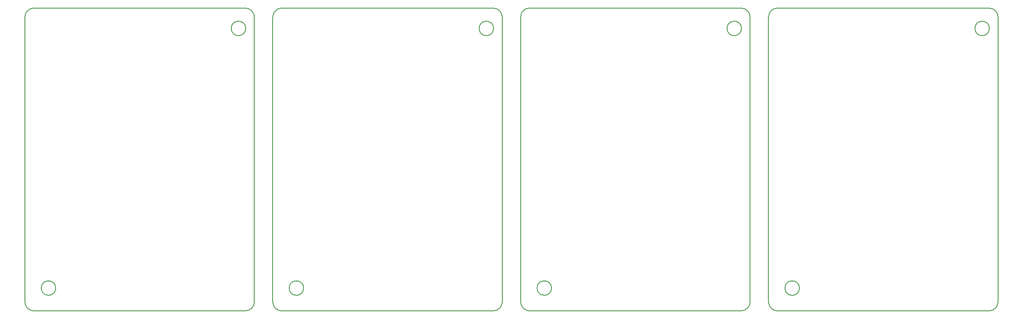
<source format=gbr>
G04 #@! TF.FileFunction,Profile,NP*
%FSLAX46Y46*%
G04 Gerber Fmt 4.6, Leading zero omitted, Abs format (unit mm)*
G04 Created by KiCad (PCBNEW 4.0.2+dfsg1-stable) date ven. 23 sept. 2016 11:32:03 CEST*
%MOMM*%
G01*
G04 APERTURE LIST*
%ADD10C,0.020000*%
%ADD11C,0.200000*%
G04 APERTURE END LIST*
D10*
D11*
X47625000Y-60960000D02*
X47625000Y-1905000D01*
X0Y-60960000D02*
X0Y-1905000D01*
X1905000Y0D02*
X45720000Y0D01*
X45720000Y-62865000D02*
X1905000Y-62865000D01*
X0Y-60960000D02*
G75*
G03X1905000Y-62865000I1905000J0D01*
G01*
X6410000Y-58120000D02*
G75*
G03X6410000Y-58120000I-1500000J0D01*
G01*
X45825000Y-4230000D02*
G75*
G03X45825000Y-4230000I-1500000J0D01*
G01*
X45720000Y-62865000D02*
G75*
G03X47625000Y-60960000I0J1905000D01*
G01*
X1905000Y0D02*
G75*
G03X0Y-1905000I0J-1905000D01*
G01*
X47625000Y-1905000D02*
G75*
G03X45720000Y0I-1905000J0D01*
G01*
X99060000Y-60960000D02*
X99060000Y-1905000D01*
X51435000Y-60960000D02*
X51435000Y-1905000D01*
X53340000Y0D02*
X97155000Y0D01*
X97155000Y-62865000D02*
X53340000Y-62865000D01*
X51435000Y-60960000D02*
G75*
G03X53340000Y-62865000I1905000J0D01*
G01*
X57845000Y-58120000D02*
G75*
G03X57845000Y-58120000I-1500000J0D01*
G01*
X97260000Y-4230000D02*
G75*
G03X97260000Y-4230000I-1500000J0D01*
G01*
X97155000Y-62865000D02*
G75*
G03X99060000Y-60960000I0J1905000D01*
G01*
X53340000Y0D02*
G75*
G03X51435000Y-1905000I0J-1905000D01*
G01*
X99060000Y-1905000D02*
G75*
G03X97155000Y0I-1905000J0D01*
G01*
X150495000Y-60960000D02*
X150495000Y-1905000D01*
X102870000Y-60960000D02*
X102870000Y-1905000D01*
X104775000Y0D02*
X148590000Y0D01*
X148590000Y-62865000D02*
X104775000Y-62865000D01*
X102870000Y-60960000D02*
G75*
G03X104775000Y-62865000I1905000J0D01*
G01*
X109280000Y-58120000D02*
G75*
G03X109280000Y-58120000I-1500000J0D01*
G01*
X148695000Y-4230000D02*
G75*
G03X148695000Y-4230000I-1500000J0D01*
G01*
X148590000Y-62865000D02*
G75*
G03X150495000Y-60960000I0J1905000D01*
G01*
X104775000Y0D02*
G75*
G03X102870000Y-1905000I0J-1905000D01*
G01*
X150495000Y-1905000D02*
G75*
G03X148590000Y0I-1905000J0D01*
G01*
X201930000Y-60960000D02*
X201930000Y-1905000D01*
X154305000Y-60960000D02*
X154305000Y-1905000D01*
X156210000Y0D02*
X200025000Y0D01*
X200025000Y-62865000D02*
X156210000Y-62865000D01*
X154305000Y-60960000D02*
G75*
G03X156210000Y-62865000I1905000J0D01*
G01*
X160715000Y-58120000D02*
G75*
G03X160715000Y-58120000I-1500000J0D01*
G01*
X200130000Y-4230000D02*
G75*
G03X200130000Y-4230000I-1500000J0D01*
G01*
X200025000Y-62865000D02*
G75*
G03X201930000Y-60960000I0J1905000D01*
G01*
X156210000Y0D02*
G75*
G03X154305000Y-1905000I0J-1905000D01*
G01*
X201930000Y-1905000D02*
G75*
G03X200025000Y0I-1905000J0D01*
G01*
M02*

</source>
